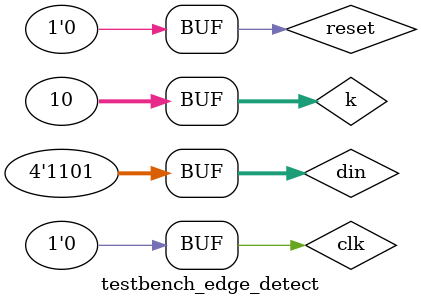
<source format=sv>
`timescale 1ns / 1ps


module testbench_edge_detect;

parameter N_IN = 4;

rising_edge_detector
#(
    .N_IN(4)
)
rising_edge_detector_0
(
    .din(din),
    .clk(clk),
    .reset(reset),
    .rising_edge_detected(rising_edge_detected)
);

logic [N_IN-1:0] din;
logic clk;
logic reset;
logic rising_edge_detected;

integer k;

initial begin
    din = 0;
    clk = 0;
    reset = 1;
    
    for( k = 0; k < 10; k = k + 1) begin
        #0.0625 clk = ~clk;
    end
    reset = 0;
    
    #0.0625 clk = ~clk;
    #0.0625 clk = ~clk;
    din = 4'b0111;
    #0.0625 clk = ~clk;
    #0.0625 clk = ~clk;
    din = 4'b1111;
    #0.0625 clk = ~clk;
    #0.0625 clk = ~clk;
    din = 4'b0000;
    #0.0625 clk = ~clk;
    #0.0625 clk = ~clk;
    din = 4'b1000;
    #0.0625 clk = ~clk;
    #0.0625 clk = ~clk;
    din = 4'b0011;
    #0.0625 clk = ~clk;
    #0.0625 clk = ~clk;
    din = 4'b1111;
    #0.0625 clk = ~clk;
    #0.0625 clk = ~clk;
    din = 4'b1011;
    #0.0625 clk = ~clk;
    #0.0625 clk = ~clk;
    din = 4'b0000;
    #0.0625 clk = ~clk;
    #0.0625 clk = ~clk;
    din = 4'b0001;
    #0.0625 clk = ~clk;
    #0.0625 clk = ~clk;
    din = 4'd2;
    #0.0625 clk = ~clk;
    #0.0625 clk = ~clk;
    din = 4'd3;
    #0.0625 clk = ~clk;
    #0.0625 clk = ~clk;
    din = 4'd4;
    #0.0625 clk = ~clk;
    #0.0625 clk = ~clk;
    din = 4'd5;
    #0.0625 clk = ~clk;
    #0.0625 clk = ~clk;
    din = 4'd6;
    #0.0625 clk = ~clk;
    #0.0625 clk = ~clk;
    din = 4'd7;
    #0.0625 clk = ~clk;
    #0.0625 clk = ~clk;
    din = 4'd8;
    #0.0625 clk = ~clk;
    #0.0625 clk = ~clk;
    din = 4'd9;
    #0.0625 clk = ~clk;
    #0.0625 clk = ~clk;
    din = 4'd10;
    #0.0625 clk = ~clk;
    #0.0625 clk = ~clk;
    din = 4'd11;
    #0.0625 clk = ~clk;
    #0.0625 clk = ~clk;
    din = 4'd12;
    #0.0625 clk = ~clk;
    #0.0625 clk = ~clk;
    din = 4'd13;
    #0.0625 clk = ~clk;
    #0.0625 clk = ~clk;
    din = 4'd14;
    #0.0625 clk = ~clk;
    #0.0625 clk = ~clk;
    din = 4'd15;
    #0.0625 clk = ~clk;
    #0.0625 clk = ~clk;
    din = 4'b0001;
    #0.0625 clk = ~clk;
    #0.0625 clk = ~clk;
    din = 4'b1110;
    #0.0625 clk = ~clk;
    #0.0625 clk = ~clk;
    din = 4'b1111;
    #0.0625 clk = ~clk;
    #0.0625 clk = ~clk;
    din = 4'b1111;
    #0.0625 clk = ~clk;
    #0.0625 clk = ~clk;
    din = 4'b1000;
    #0.0625 clk = ~clk;
    #0.0625 clk = ~clk;
    din = 4'b1111;
    #0.0625 clk = ~clk;
    #0.0625 clk = ~clk;
    din = 4'b1101;
    
end

endmodule

</source>
